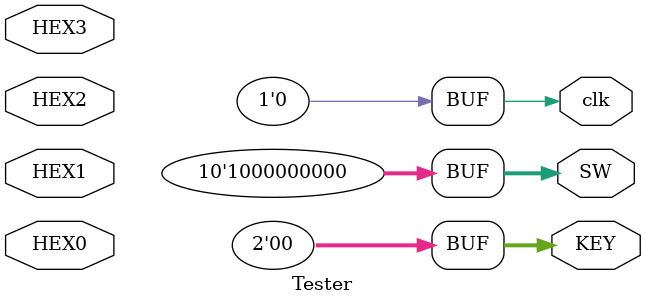
<source format=v>
`include "alu.v"

module aluDemo (HEX0,HEX1,HEX2,HEX3,SW,KEY,clk);
	output [15:0] HEX0,HEX1,HEX2,HEX3;
	input [9:0] SW;
	input [1:0] KEY;
	input clk;
	
	reg [15:0] tHex0,tHex1,tHex2,tHex3;
	reg [2:0] Control,PrevControl;
	reg [31:0]BusA,BusB,TempBusA,TempBusB,TempOutBus;
	wire Overflow,Carry,Negative,Zero;
	wire [31:0] outBus;
	
	alu my_alu(outBus,Zero,Overflow,Carry,Negative,BusA,BusB,Control);
	
	initial begin
		tHex0=1'b0;
		tHex1=1'b0;
		tHex2=1'b0;
		tHex3=1'b0;
		Control=1'b0;
		BusA=1'b0;
		BusB=1'b0;
		TempBusA=1'b0;
		TempBusB=1'b0;
		TempOutBus=1'b0;
	end
	
	always @ (negedge clk) begin
		if (KEY[1]) begin
			TempOutBus=outBus;
		end
	end
	
	always @ (posedge clk) begin
		//Modify Temp Data
		if (SW[3]&&(SW[9:8]==1'b0)) TempBusA[31:16]=TempBusA[31:16]+1'b1;
		if (SW[2]&&(SW[9:8]==1'b0)) TempBusA[15:0]=TempBusA[15:0]+1'b1;
		if (SW[1]&&(SW[9:8]==1'b1)) TempBusB[31:16]=TempBusB[31:16]+1'b1;
		if (SW[0]&&(SW[9:8]==1'b1)) TempBusB[15:0]=TempBusB[15:0]+1'b1;
		
		//Load the input data into the alu
		if (KEY[0]&&(SW[9:8]==1'b0)) BusA=TempBusA;
		else if (KEY[0]&&(SW[9:8]==1'b1)) BusB=TempBusB;
		
		//Control Input
		if (KEY[1]) begin
			Control=SW[6:4];
			PrevControl=Control;
			
		end	
		else Control=1'b0;
		
		//Display
		if (SW[9]) begin
			tHex2=PrevControl;
			tHex3=SW[6:4];
			tHex1=TempOutBus[31:16];
			tHex0=TempOutBus[15:0];
		end
		else if (SW[8]) begin
			tHex3=TempBusB[31:16];
			tHex2=TempBusB[15:0];
			tHex1=BusB[31:16];
			tHex0=BusB[15:0];
		end
		else begin
			tHex3=TempBusA[31:16];
			tHex2=TempBusA[15:0];
			tHex1=BusA[31:16];
			tHex0=BusA[15:0];
		end

	end
	
	assign HEX0=tHex0;
	assign HEX1=tHex1;
	assign HEX2=tHex2;
	assign HEX3=tHex3;
	
endmodule


//TESTING
module testBench;

	wire [15:0] HEX0,HEX1,HEX2,HEX3;
	wire [9:0] SW;
	wire [1:0] KEY;
	wire clk;
	
	aluDemo my_aluDemo (HEX0,HEX1,HEX2,HEX3,SW,KEY,clk);
	Tester aTester (HEX0,HEX1,HEX2,HEX3,SW,KEY,clk);

	initial begin
		$dumpfile ("aluDemo.vcd");
		$dumpvars (1,my_aluDemo);
	end
	
endmodule

module Tester (HEX0,HEX1,HEX2,HEX3,SW,KEY,clk);

	input wire [15:0] HEX0,HEX1,HEX2,HEX3;
	output reg [9:0] SW;
	output reg [1:0] KEY;
	output reg clk;
	
	parameter stimDelay = 1;
	
	initial
		begin
			//$display ("\t clk \t address \t data \t RW \t OE");
			$monitor ("clk:%b\t HEX1:%b \t\t HEX0:%b \t\t HEX3:%b \t\t HEX2:%b \t KEY0:%b\t KEY1:%b",clk, HEX1,HEX0,HEX3,HEX2,KEY[0],KEY[1]);
		end
	
	integer i;
	
	initial
		begin
			#stimDelay; clk=1'b1; SW=1'b0; KEY=1'b0;
			#stimDelay; clk=1'b0;
			#stimDelay; clk=1'b1; SW[9:8]=1'b0; SW[3]=1'b1; 
			#stimDelay; clk=1'b0;
			#stimDelay; clk=1'b1; SW[3]=1'b0; SW[6:4]=3'b101; KEY[0]=1'b1;
			#stimDelay; clk=1'b0;
			#stimDelay; clk=1'b1; KEY[0]=1'b0; KEY[1]=1'b1;
			#stimDelay; clk=1'b0;
			#stimDelay; clk=1'b1; KEY[1]=1'b0;
			#stimDelay; clk=1'b0;
			#stimDelay; clk=1'b1; SW[9]=1'b1;
			#stimDelay; clk=1'b0;
			#stimDelay; clk=1'b1;
			#stimDelay; clk=1'b0;
			#stimDelay; clk=1'b1;
			#stimDelay; clk=1'b0;
			#stimDelay; clk=1'b1;
			#stimDelay; clk=1'b0;
			#stimDelay; clk=1'b1;SW[6:4]=1'b0;
			#stimDelay; clk=1'b0;
			#stimDelay; clk=1'b1;
			#stimDelay; clk=1'b0;
			#stimDelay; clk=1'b1;
			#stimDelay; clk=1'b0;
			#stimDelay; clk=1'b1;
			#stimDelay; clk=1'b0;
			#stimDelay; clk=1'b1;
			#stimDelay; clk=1'b0;
			#stimDelay; clk=1'b1;
			#stimDelay; clk=1'b0;
			#stimDelay; clk=1'b1;
			#stimDelay; clk=1'b0;
			#stimDelay; clk=1'b1;
			#stimDelay; clk=1'b0;
			#stimDelay; clk=1'b1;
			#stimDelay; clk=1'b0;
			#stimDelay; clk=1'b1;
			#stimDelay; clk=1'b0;
			#stimDelay; clk=1'b1;
			#stimDelay; clk=1'b0;
			#stimDelay; clk=1'b1;
			#stimDelay; clk=1'b0;
			#stimDelay; clk=1'b1;
			#stimDelay; clk=1'b0;
			#stimDelay; clk=1'b1;
			#stimDelay; clk=1'b0;
			#stimDelay; clk=1'b1;
			#stimDelay; clk=1'b0;
			#stimDelay; clk=1'b1;
			#stimDelay; clk=1'b0;
			#stimDelay; clk=1'b1;
			#stimDelay; clk=1'b0;
			#stimDelay; clk=1'b1;
			#stimDelay; clk=1'b0;
			#stimDelay; clk=1'b1;
			#stimDelay; clk=1'b0;
			#stimDelay; clk=1'b1;
			#stimDelay; clk=1'b0;
			#stimDelay; clk=1'b1;
			#stimDelay; clk=1'b0;
			#stimDelay; clk=1'b1;
			#stimDelay; clk=1'b0;

		end

endmodule
</source>
